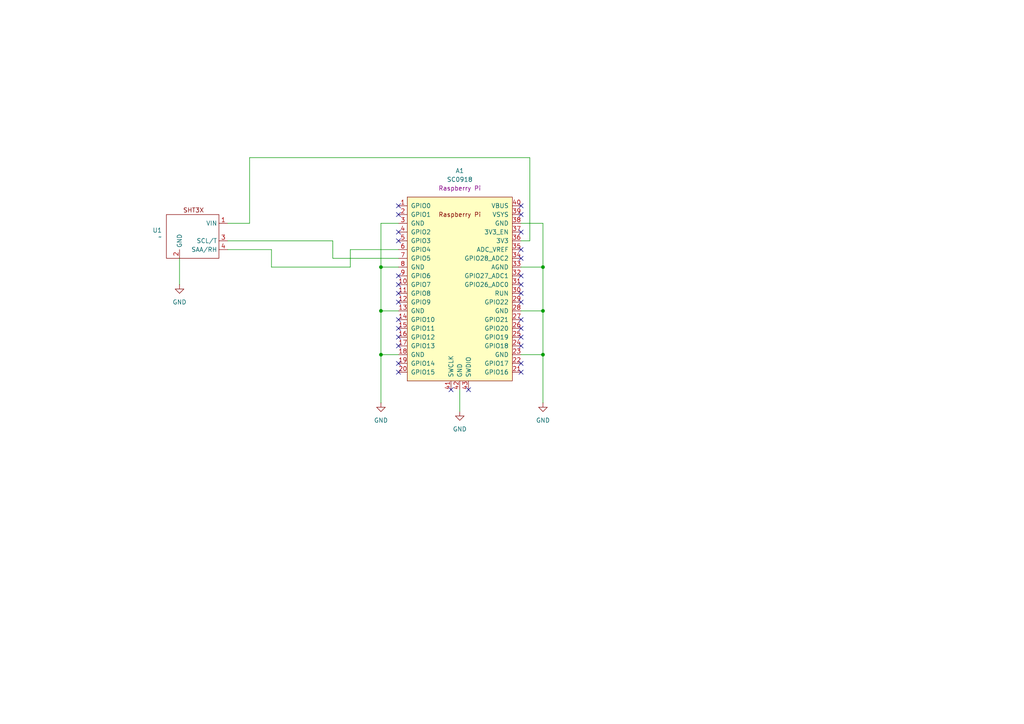
<source format=kicad_sch>
(kicad_sch (version 20231120) (generator "eeschema") (generator_version "8.0")
  (paper "A4")
  (lib_symbols
    (symbol "RPi_Pico:PicoW" (pin_names (offset 1.016))
      (property "Reference" "U" (at -13.97 27.94 0))
      (property "Value" "PicoW" (at 0 19.05 0))
      (symbol "PicoW_0_0"
        (text "Raspberry Pi" (at 0 21.59 0) (effects (font (size 1.27 1.27))))
      )
      (symbol "PicoW_0_1"
        (rectangle (start -15.24 26.67) (end 15.24 -26.67) (fill (type background)))
      )
      (symbol "PicoW_1_1"
        (pin bidirectional line (at -17.78 24.13 0) (length 2.54) (name "GPIO0") (number "1"))
        (pin bidirectional line (at -17.78 1.27 0) (length 2.54) (name "GPIO7") (number "10"))
        (pin bidirectional line (at -17.78 -1.27 0) (length 2.54) (name "GPIO8") (number "11"))
        (pin bidirectional line (at -17.78 -3.81 0) (length 2.54) (name "GPIO9") (number "12"))
        (pin power_in line (at -17.78 -6.35 0) (length 2.54) (name "GND") (number "13"))
        (pin bidirectional line (at -17.78 -8.89 0) (length 2.54) (name "GPIO10") (number "14"))
        (pin bidirectional line (at -17.78 -11.43 0) (length 2.54) (name "GPIO11") (number "15"))
        (pin bidirectional line (at -17.78 -13.97 0) (length 2.54) (name "GPIO12") (number "16"))
        (pin bidirectional line (at -17.78 -16.51 0) (length 2.54) (name "GPIO13") (number "17"))
        (pin power_in line (at -17.78 -19.05 0) (length 2.54) (name "GND") (number "18"))
        (pin bidirectional line (at -17.78 -21.59 0) (length 2.54) (name "GPIO14") (number "19"))
        (pin bidirectional line (at -17.78 21.59 0) (length 2.54) (name "GPIO1") (number "2"))
        (pin bidirectional line (at -17.78 -24.13 0) (length 2.54) (name "GPIO15") (number "20"))
        (pin bidirectional line (at 17.78 -24.13 180) (length 2.54) (name "GPIO16") (number "21"))
        (pin bidirectional line (at 17.78 -21.59 180) (length 2.54) (name "GPIO17") (number "22"))
        (pin power_in line (at 17.78 -19.05 180) (length 2.54) (name "GND") (number "23"))
        (pin bidirectional line (at 17.78 -16.51 180) (length 2.54) (name "GPIO18") (number "24"))
        (pin bidirectional line (at 17.78 -13.97 180) (length 2.54) (name "GPIO19") (number "25"))
        (pin bidirectional line (at 17.78 -11.43 180) (length 2.54) (name "GPIO20") (number "26"))
        (pin bidirectional line (at 17.78 -8.89 180) (length 2.54) (name "GPIO21") (number "27"))
        (pin power_in line (at 17.78 -6.35 180) (length 2.54) (name "GND") (number "28"))
        (pin bidirectional line (at 17.78 -3.81 180) (length 2.54) (name "GPIO22") (number "29"))
        (pin power_in line (at -17.78 19.05 0) (length 2.54) (name "GND") (number "3"))
        (pin input line (at 17.78 -1.27 180) (length 2.54) (name "RUN") (number "30"))
        (pin bidirectional line (at 17.78 1.27 180) (length 2.54) (name "GPIO26_ADC0") (number "31"))
        (pin bidirectional line (at 17.78 3.81 180) (length 2.54) (name "GPIO27_ADC1") (number "32"))
        (pin power_in line (at 17.78 6.35 180) (length 2.54) (name "AGND") (number "33"))
        (pin bidirectional line (at 17.78 8.89 180) (length 2.54) (name "GPIO28_ADC2") (number "34"))
        (pin unspecified line (at 17.78 11.43 180) (length 2.54) (name "ADC_VREF") (number "35"))
        (pin unspecified line (at 17.78 13.97 180) (length 2.54) (name "3V3") (number "36"))
        (pin input line (at 17.78 16.51 180) (length 2.54) (name "3V3_EN") (number "37"))
        (pin bidirectional line (at 17.78 19.05 180) (length 2.54) (name "GND") (number "38"))
        (pin unspecified line (at 17.78 21.59 180) (length 2.54) (name "VSYS") (number "39"))
        (pin bidirectional line (at -17.78 16.51 0) (length 2.54) (name "GPIO2") (number "4"))
        (pin unspecified line (at 17.78 24.13 180) (length 2.54) (name "VBUS") (number "40"))
        (pin input line (at -2.54 -29.21 90) (length 2.54) (name "SWCLK") (number "41"))
        (pin power_in line (at 0 -29.21 90) (length 2.54) (name "GND") (number "42"))
        (pin bidirectional line (at 2.54 -29.21 90) (length 2.54) (name "SWDIO") (number "43"))
        (pin bidirectional line (at -17.78 13.97 0) (length 2.54) (name "GPIO3") (number "5"))
        (pin bidirectional line (at -17.78 11.43 0) (length 2.54) (name "GPIO4") (number "6"))
        (pin bidirectional line (at -17.78 8.89 0) (length 2.54) (name "GPIO5") (number "7"))
        (pin power_in line (at -17.78 6.35 0) (length 2.54) (name "GND") (number "8"))
        (pin bidirectional line (at -17.78 3.81 0) (length 2.54) (name "GPIO6") (number "9"))
      )
    )
    (symbol "SHT3X:SHT3X"
      (property "Reference" "U1" (at 19.05 5.5909 0))
      (property "Value" "~" (at 19.05 3.6858 0))
      (symbol "SHT3X_0_1"
        (rectangle (start 2.54 10.16) (end 17.78 -2.54))
      )
      (symbol "SHT3X_1_1"
        (text "SHT3X\n" (at 9.906 11.43 0) (effects (font (size 1.27 1.27))))
        (pin input line (at 0 7.62 0) (length 2.54) (name "VIN") (number "1"))
        (pin input line (at 13.97 -2.54 90) (length 2.54) (name "GND") (number "2"))
        (pin input line (at 0 2.54 0) (length 2.54) (name "SCL/T") (number "3"))
        (pin input line (at 0 0 0) (length 2.54) (name "SAA/RH") (number "4"))
      )
    )
    (symbol "power:GND" (power) (pin_numbers hide) (pin_names (offset 0) hide)
      (property "Value" "GND" (at 0 -3.81 0))
      (symbol "GND_0_1"
        (polyline (pts (xy 0 0) (xy 0 -1.27) (xy 1.27 -1.27) (xy 0 -2.54) (xy -1.27 -1.27) (xy 0 -1.27)))
      )
      (symbol "GND_1_1"
        (pin power_in line (at 0 0 270) (length 0) (name "~") (number "1"))
      )
    )
  )
  (junction (at 157.48 77.47))
  (junction (at 157.48 90.17))
  (junction (at 110.49 90.17))
  (junction (at 157.48 102.87))
  (junction (at 110.49 77.47))
  (junction (at 110.49 102.87))
  (no_connect (at 115.57 69.85))
  (no_connect (at 115.57 107.95))
  (no_connect (at 115.57 67.31))
  (no_connect (at 115.57 87.63))
  (no_connect (at 151.13 72.39))
  (no_connect (at 130.81 113.03))
  (no_connect (at 151.13 85.09))
  (no_connect (at 151.13 67.31))
  (no_connect (at 151.13 82.55))
  (no_connect (at 151.13 62.23))
  (no_connect (at 115.57 82.55))
  (no_connect (at 115.57 97.79))
  (no_connect (at 151.13 95.25))
  (no_connect (at 151.13 59.69))
  (no_connect (at 151.13 80.01))
  (no_connect (at 151.13 97.79))
  (no_connect (at 151.13 87.63))
  (no_connect (at 115.57 92.71))
  (no_connect (at 151.13 107.95))
  (no_connect (at 151.13 100.33))
  (no_connect (at 151.13 74.93))
  (no_connect (at 115.57 105.41))
  (no_connect (at 115.57 62.23))
  (no_connect (at 115.57 85.09))
  (no_connect (at 115.57 95.25))
  (no_connect (at 151.13 105.41))
  (no_connect (at 115.57 59.69))
  (no_connect (at 115.57 100.33))
  (no_connect (at 151.13 92.71))
  (no_connect (at 115.57 80.01))
  (no_connect (at 135.89 113.03))
  (wire (pts (xy 151.13 69.85) (xy 153.67 69.85)))
  (wire (pts (xy 157.48 77.47) (xy 157.48 64.77)))
  (wire (pts (xy 101.6 77.47) (xy 78.74 77.47)))
  (wire (pts (xy 78.74 72.39) (xy 66.04 72.39)))
  (wire (pts (xy 157.48 77.47) (xy 151.13 77.47)))
  (wire (pts (xy 133.35 113.03) (xy 133.35 119.38)))
  (wire (pts (xy 115.57 64.77) (xy 110.49 64.77)))
  (wire (pts (xy 78.74 77.47) (xy 78.74 72.39)))
  (wire (pts (xy 110.49 90.17) (xy 110.49 102.87)))
  (wire (pts (xy 110.49 64.77) (xy 110.49 77.47)))
  (wire (pts (xy 72.39 64.77) (xy 66.04 64.77)))
  (wire (pts (xy 157.48 90.17) (xy 157.48 77.47)))
  (wire (pts (xy 153.67 45.72) (xy 72.39 45.72)))
  (wire (pts (xy 110.49 77.47) (xy 110.49 90.17)))
  (wire (pts (xy 101.6 72.39) (xy 101.6 77.47)))
  (wire (pts (xy 110.49 90.17) (xy 115.57 90.17)))
  (wire (pts (xy 151.13 102.87) (xy 157.48 102.87)))
  (wire (pts (xy 110.49 102.87) (xy 115.57 102.87)))
  (wire (pts (xy 157.48 90.17) (xy 151.13 90.17)))
  (wire (pts (xy 157.48 64.77) (xy 151.13 64.77)))
  (wire (pts (xy 153.67 69.85) (xy 153.67 45.72)))
  (wire (pts (xy 157.48 102.87) (xy 157.48 116.84)))
  (wire (pts (xy 96.52 74.93) (xy 115.57 74.93)))
  (wire (pts (xy 110.49 102.87) (xy 110.49 116.84)))
  (wire (pts (xy 52.07 74.93) (xy 52.07 82.55)))
  (wire (pts (xy 66.04 69.85) (xy 96.52 69.85)))
  (wire (pts (xy 110.49 77.47) (xy 115.57 77.47)))
  (wire (pts (xy 96.52 69.85) (xy 96.52 74.93)))
  (wire (pts (xy 72.39 45.72) (xy 72.39 64.77)))
  (wire (pts (xy 157.48 102.87) (xy 157.48 90.17)))
  (wire (pts (xy 115.57 72.39) (xy 101.6 72.39)))
  (symbol (lib_id "power:GND") (at 110.49 116.84 0) (unit 1)
    (property "Reference" "#PWR02" (effects (hide yes)))
    (property "Value" "GND" (at 110.49 121.92 0))
    (property "Description" "Power symbol creates a global label with name \"GND\" , ground" (effects (hide yes)))
  )
  (symbol (lib_id "SHT3X:SHT3X") (at 66.04 72.39 0) (mirror y) (unit 1)
    (property "Reference" "U1" (at 46.99 66.7991 0) (effects (justify left)))
    (property "Value" "~" (at 46.99 68.7042 0) (effects (justify left)))
    (property "Footprint" "Connector_PinHeader_2.54mm:PinHeader_1x04_P2.54mm_Vertical" (effects (hide yes)))
  )
  (symbol (lib_id "power:GND") (at 133.35 119.38 0) (unit 1)
    (property "Reference" "#PWR03" (effects (hide yes)))
    (property "Value" "GND" (at 133.35 124.46 0))
    (property "Description" "Power symbol creates a global label with name \"GND\" , ground" (effects (hide yes)))
  )
  (symbol (lib_id "power:GND") (at 157.48 116.84 0) (unit 1)
    (property "Reference" "#PWR04" (effects (hide yes)))
    (property "Value" "GND" (at 157.48 121.92 0))
    (property "Description" "Power symbol creates a global label with name \"GND\" , ground" (effects (hide yes)))
  )
  (symbol (lib_id "RPi_Pico:PicoW") (at 133.35 83.82 0) (unit 1)
    (property "Reference" "A1" (at 133.35 49.53 0))
    (property "Value" "SC0918" (at 133.35 52.07 0))
    (property "Footprint" "RPi_Pico:RPi_PicoW_SMD_TH" (effects (hide yes)))
    (property "Datasheet" "https://datasheets.raspberrypi.com/picow/pico-w-datasheet.pdf" (effects (hide yes)))
    (property "manufacturer" "Raspberry Pi" (at 133.35 54.61 0))
    (property "P/N" "SC0918" (effects (hide yes)))
    (property "PARTREV" "1.6" (effects (hide yes)))
    (property "MAXIMUM_PACKAGE_HEIGHT" "3.73mm" (effects (hide yes)))
  )
  (symbol (lib_id "power:GND") (at 52.07 82.55 0) (unit 1)
    (property "Reference" "#PWR01" (effects (hide yes)))
    (property "Value" "GND" (at 52.07 87.63 0))
    (property "Description" "Power symbol creates a global label with name \"GND\" , ground" (effects (hide yes)))
  )
)
</source>
